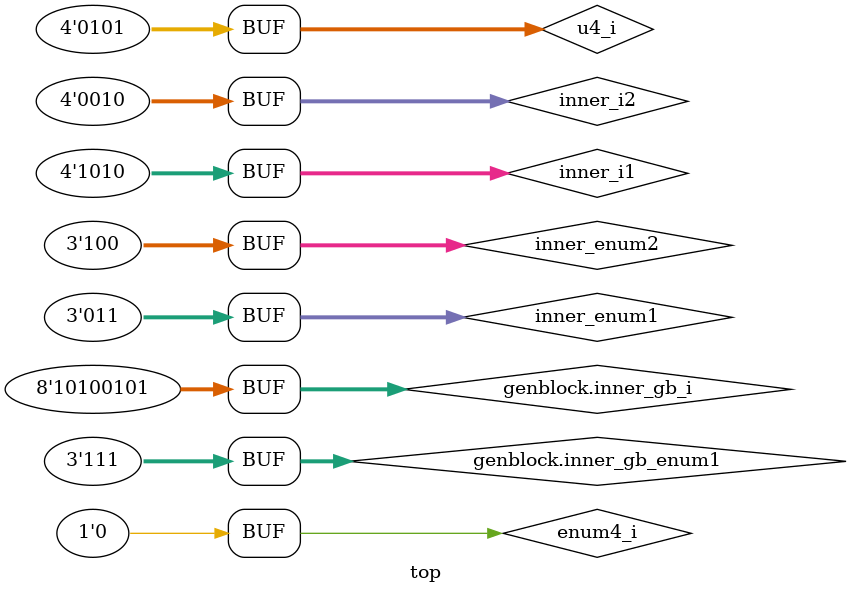
<source format=sv>

typedef logic [3:0] outer_uint4_t;
typedef enum logic {s0, s1} outer_enum_t;

module top;

	(outer_uint4_t) u4_i = 8'hA5;
	(outer_enum_t) enum4_i = s0;
	always @(*) assert(u4_i == 4'h5);
	always @(*) assert(enum4_i == 1'b0);

	typedef logic [3:0] inner_type;
	typedef enum logic [2:0] {s2=2, s3, s4} inner_enum_t;
	(inner_type) inner_i1 = 8'h5A;
	(inner_enum_t) inner_enum1 = s3;
	always @(*) assert(inner_i1 == 4'hA);
	always @(*) assert(inner_enum1 == 3'h3);

	if (1) begin: genblock
		typedef logic [7:0] inner_type;
		parameter (inner_type) inner_const = 8'hA5;
 		typedef enum logic [2:0] {s5=5, s6, s7} inner_enum_t;
		(inner_type) inner_gb_i = inner_const; //8'hA5;
 		(inner_enum_t) inner_gb_enum1 = s7;
		always @(*) assert(inner_gb_i == 8'hA5);
 		always @(*) assert(inner_gb_enum1 == 3'h7);
	end

	(inner_type) inner_i2 = 8'h42;
	(inner_enum_t) inner_enum2 = s4;
	always @(*) assert(inner_i2 == 4'h2);
	always @(*) assert(inner_enum2 == 3'h4);


endmodule

</source>
